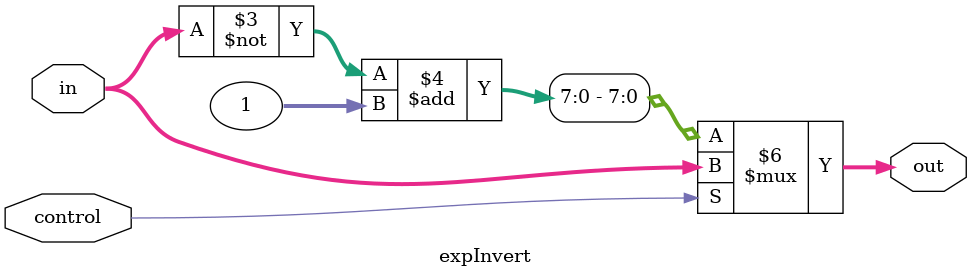
<source format=v>
`timescale 1ns / 1ps


module expCompare(aExp,bExp,cExp,dExp,exp,expComp,expDiff);
input [7:0]aExp,bExp,cExp,dExp;
output expComp;
output [7:0]exp,expDiff;
wire [7:0]abExp,cdExp,cdExpComp,diff,muxOut,bias;
wire cy_ab,cy_cd,cout;
KSA_8 k1(aExp,bExp,1'b0,abExp,cy_ab);
KSA_8 k2(cExp,dExp,1'b0,cdExp,cy_cd);
complement_2s c1(cdExp,cdExpComp);
KSA_8 k3(abExp,cdExpComp,1'b0,diff,expComp);
mux_2_1 m1(cdExp,abExp,expComp,muxOut);
expInvert e1(diff,expComp,expDiff);
complement_2s c2(8'd127,bias);
KSA_8 k4(muxOut,bias,1'b0,exp,cout);
endmodule

module expInvert(in,control,out);
input control;
input [7:0]in;
output reg [7:0]out;
always@(in or control)
begin
if(control==0)
begin
out=~in;
out=out+1;
end
else
out=in;
end
endmodule

</source>
